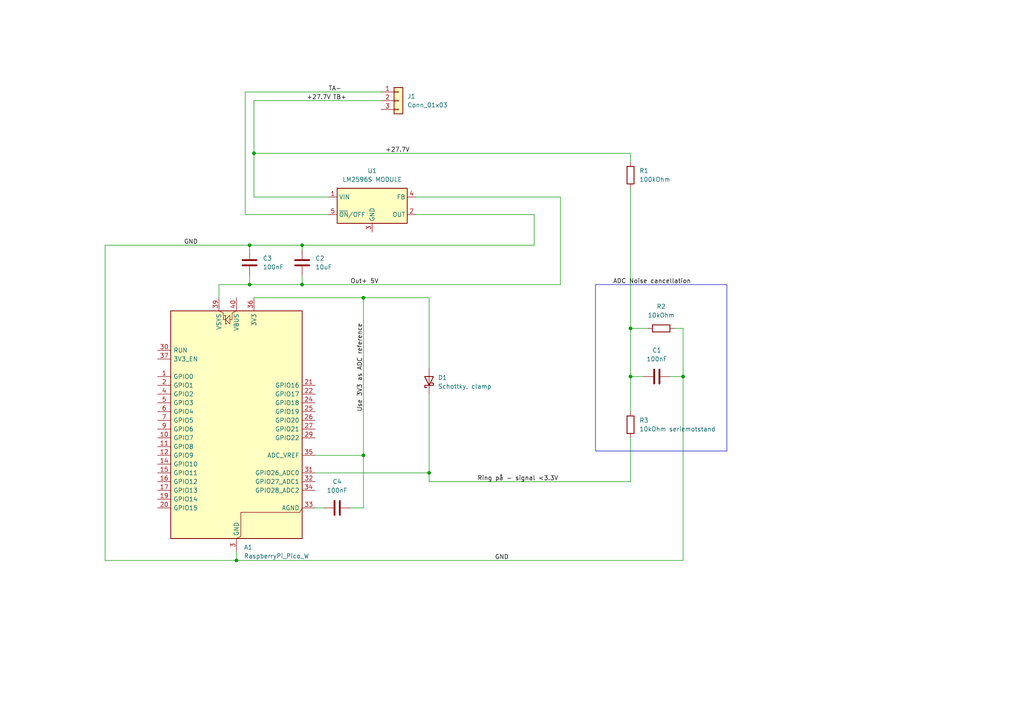
<source format=kicad_sch>
(kicad_sch (version 20250114) (generator "eeschema") (generator_version "9.0")
  (paper "A4")
  (title_block (title "SSS Siedle controller card") (date "2025-12-26") (rev "0.0.1"))
  (lib_symbols
    (symbol "Connector_Generic:Conn_01x03" (pin_names (offset 1.016) (hide yes))
      (property "Reference" "J" (at 0 5.08 0))
      (property "Value" "Conn_01x03" (at 0 -5.08 0))
      (symbol "Conn_01x03_1_1"
        (rectangle (start -1.27 3.81) (end 1.27 -3.81) (stroke (width 0.254)) (fill (type background)))
        (rectangle (start -1.27 2.667) (end 0 2.413) (stroke (width 0.1524)))
        (rectangle (start -1.27 0.127) (end 0 -0.127) (stroke (width 0.1524)))
        (rectangle (start -1.27 -2.413) (end 0 -2.667) (stroke (width 0.1524)))
        (pin passive line (at -5.08 2.54 0) (length 3.81) (name "Pin_1") (number "1"))
        (pin passive line (at -5.08 0 0) (length 3.81) (name "Pin_2") (number "2"))
        (pin passive line (at -5.08 -2.54 0) (length 3.81) (name "Pin_3") (number "3"))
      )
    )
    (symbol "Device:C" (pin_numbers (hide yes)) (pin_names (offset 0.254))
      (property "Reference" "C" (at 0.635 2.54 0))
      (property "Value" "C" (at 0.635 -2.54 0))
      (symbol "C_0_1"
        (polyline (pts (xy -2.032 0.762) (xy 2.032 0.762)) (stroke (width 0.508)))
        (polyline (pts (xy -2.032 -0.762) (xy 2.032 -0.762)) (stroke (width 0.508)))
      )
      (symbol "C_1_1"
        (pin passive line (at 0 3.81 270) (length 2.794) (name "~") (number "1"))
        (pin passive line (at 0 -3.81 90) (length 2.794) (name "~") (number "2"))
      )
    )
    (symbol "Device:D_Schottky" (pin_numbers (hide yes)) (pin_names (offset 1.016) (hide yes))
      (property "Reference" "D" (at 0 2.54 0))
      (property "Value" "D_Schottky" (at 0 -2.54 0))
      (symbol "D_Schottky_0_1"
        (polyline (pts (xy -1.905 0.635) (xy -1.905 1.27) (xy -1.27 1.27) (xy -1.27 -1.27) (xy -0.635 -1.27) (xy -0.635 -0.635)) (stroke (width 0.254)))
        (polyline (pts (xy 1.27 1.27) (xy 1.27 -1.27) (xy -1.27 0) (xy 1.27 1.27)) (stroke (width 0.254)))
        (polyline (pts (xy 1.27 0) (xy -1.27 0)))
      )
      (symbol "D_Schottky_1_1"
        (pin passive line (at -3.81 0 0) (length 2.54) (name "K") (number "1"))
        (pin passive line (at 3.81 0 180) (length 2.54) (name "A") (number "2"))
      )
    )
    (symbol "Device:R" (pin_numbers (hide yes)) (pin_names (offset 0))
      (property "Reference" "R" (at 2.032 0 90))
      (property "Value" "R" (at 0 0 90))
      (symbol "R_0_1"
        (rectangle (start -1.016 -2.54) (end 1.016 2.54) (stroke (width 0.254)))
      )
      (symbol "R_1_1"
        (pin passive line (at 0 3.81 270) (length 1.27) (name "~") (number "1"))
        (pin passive line (at 0 -3.81 90) (length 1.27) (name "~") (number "2"))
      )
    )
    (symbol "MCU_Module:RaspberryPi_Pico_W" (pin_names (offset 0.762))
      (property "Reference" "A" (at -19.05 35.56 0))
      (property "Value" "RaspberryPi_Pico_W" (at 7.62 35.56 0))
      (symbol "RaspberryPi_Pico_W_0_1"
        (rectangle (start -19.05 34.29) (end 19.05 -31.75) (stroke (width 0.254)) (fill (type background)))
        (polyline (pts (xy -5.08 34.29) (xy -3.81 33.655) (xy -3.81 31.75) (xy -3.175 31.75)))
        (polyline (pts (xy -3.429 32.766) (xy -3.429 33.02) (xy -3.175 33.02) (xy -3.175 30.48) (xy -2.921 30.48) (xy -2.921 30.734)))
        (polyline (pts (xy -3.175 31.75) (xy -1.905 33.02) (xy -1.905 30.48) (xy -3.175 31.75)))
        (polyline (pts (xy 0 34.29) (xy -1.27 33.655) (xy -1.27 31.75) (xy -1.905 31.75)))
        (polyline (pts (xy 0 -31.75) (xy 1.27 -31.115) (xy 1.27 -24.13) (xy 18.415 -24.13) (xy 19.05 -22.86)))
      )
      (symbol "RaspberryPi_Pico_W_1_1"
        (pin passive line (at -22.86 22.86 0) (length 3.81) (name "RUN") (number "30"))
        (pin passive line (at -22.86 20.32 0) (length 3.81) (name "3V3_EN") (number "37"))
        (pin bidirectional line (at -22.86 15.24 0) (length 3.81) (name "GPIO0") (number "1"))
        (pin bidirectional line (at -22.86 12.7 0) (length 3.81) (name "GPIO1") (number "2"))
        (pin bidirectional line (at -22.86 10.16 0) (length 3.81) (name "GPIO2") (number "4"))
        (pin bidirectional line (at -22.86 7.62 0) (length 3.81) (name "GPIO3") (number "5"))
        (pin bidirectional line (at -22.86 5.08 0) (length 3.81) (name "GPIO4") (number "6"))
        (pin bidirectional line (at -22.86 2.54 0) (length 3.81) (name "GPIO5") (number "7"))
        (pin bidirectional line (at -22.86 0 0) (length 3.81) (name "GPIO6") (number "9"))
        (pin bidirectional line (at -22.86 -2.54 0) (length 3.81) (name "GPIO7") (number "10"))
        (pin bidirectional line (at -22.86 -5.08 0) (length 3.81) (name "GPIO8") (number "11"))
        (pin bidirectional line (at -22.86 -7.62 0) (length 3.81) (name "GPIO9") (number "12"))
        (pin bidirectional line (at -22.86 -10.16 0) (length 3.81) (name "GPIO10") (number "14"))
        (pin bidirectional line (at -22.86 -12.7 0) (length 3.81) (name "GPIO11") (number "15"))
        (pin bidirectional line (at -22.86 -15.24 0) (length 3.81) (name "GPIO12") (number "16"))
        (pin bidirectional line (at -22.86 -17.78 0) (length 3.81) (name "GPIO13") (number "17"))
        (pin bidirectional line (at -22.86 -20.32 0) (length 3.81) (name "GPIO14") (number "19"))
        (pin bidirectional line (at -22.86 -22.86 0) (length 3.81) (name "GPIO15") (number "20"))
        (pin power_in line (at -5.08 38.1 270) (length 3.81) (name "VSYS") (number "39"))
        (pin power_out line (at 0 38.1 270) (length 3.81) (name "VBUS") (number "40"))
        (pin passive line (at 0 -35.56 90) (length 3.81) (hide yes) (name "GND") (number "13"))
        (pin passive line (at 0 -35.56 90) (length 3.81) (hide yes) (name "GND") (number "18"))
        (pin passive line (at 0 -35.56 90) (length 3.81) (hide yes) (name "GND") (number "23"))
        (pin passive line (at 0 -35.56 90) (length 3.81) (hide yes) (name "GND") (number "28"))
        (pin power_out line (at 0 -35.56 90) (length 3.81) (name "GND") (number "3"))
        (pin passive line (at 0 -35.56 90) (length 3.81) (hide yes) (name "GND") (number "38"))
        (pin passive line (at 0 -35.56 90) (length 3.81) (hide yes) (name "GND") (number "8"))
        (pin power_out line (at 5.08 38.1 270) (length 3.81) (name "3V3") (number "36"))
        (pin bidirectional line (at 22.86 12.7 180) (length 3.81) (name "GPIO16") (number "21"))
        (pin bidirectional line (at 22.86 10.16 180) (length 3.81) (name "GPIO17") (number "22"))
        (pin bidirectional line (at 22.86 7.62 180) (length 3.81) (name "GPIO18") (number "24"))
        (pin bidirectional line (at 22.86 5.08 180) (length 3.81) (name "GPIO19") (number "25"))
        (pin bidirectional line (at 22.86 2.54 180) (length 3.81) (name "GPIO20") (number "26"))
        (pin bidirectional line (at 22.86 0 180) (length 3.81) (name "GPIO21") (number "27"))
        (pin bidirectional line (at 22.86 -2.54 180) (length 3.81) (name "GPIO22") (number "29"))
        (pin power_in line (at 22.86 -7.62 180) (length 3.81) (name "ADC_VREF") (number "35"))
        (pin bidirectional line (at 22.86 -12.7 180) (length 3.81) (name "GPIO26_ADC0") (number "31"))
        (pin bidirectional line (at 22.86 -15.24 180) (length 3.81) (name "GPIO27_ADC1") (number "32"))
        (pin bidirectional line (at 22.86 -17.78 180) (length 3.81) (name "GPIO28_ADC2") (number "34"))
        (pin power_out line (at 22.86 -22.86 180) (length 3.81) (name "AGND") (number "33"))
      )
    )
    (symbol "Regulator_Switching:LM2596S-ADJ"
      (property "Reference" "U" (at -10.16 6.35 0))
      (property "Value" "LM2596S-ADJ" (at 0 6.35 0))
      (symbol "LM2596S-ADJ_0_1"
        (rectangle (start -10.16 5.08) (end 10.16 -5.08) (stroke (width 0.254)) (fill (type background)))
      )
      (symbol "LM2596S-ADJ_1_1"
        (pin power_in line (at -12.7 2.54 0) (length 2.54) (name "VIN") (number "1"))
        (pin input line (at -12.7 -2.54 0) (length 2.54) (name "~{ON}/OFF") (number "5"))
        (pin power_in line (at 0 -7.62 90) (length 2.54) (name "GND") (number "3"))
        (pin input line (at 12.7 2.54 180) (length 2.54) (name "FB") (number "4"))
        (pin output line (at 12.7 -2.54 180) (length 2.54) (name "OUT") (number "2"))
      )
    )
  )
  (rectangle (start 172.72 82.55) (end 210.82 130.81))
  (junction (at 72.39 82.55))
  (junction (at 87.63 71.12))
  (junction (at 105.41 132.08))
  (junction (at 87.63 82.55))
  (junction (at 124.46 137.16))
  (junction (at 105.41 86.36))
  (junction (at 68.58 162.56))
  (junction (at 198.12 109.22))
  (junction (at 72.39 71.12))
  (junction (at 182.88 95.25))
  (junction (at 182.88 109.22))
  (junction (at 73.66 44.45))
  (wire (pts (xy 91.44 147.32) (xy 93.98 147.32)))
  (wire (pts (xy 182.88 95.25) (xy 182.88 109.22)))
  (wire (pts (xy 71.12 26.67) (xy 110.49 26.67)))
  (wire (pts (xy 198.12 95.25) (xy 198.12 109.22)))
  (wire (pts (xy 105.41 86.36) (xy 124.46 86.36)))
  (wire (pts (xy 182.88 95.25) (xy 187.96 95.25)))
  (wire (pts (xy 120.65 57.15) (xy 162.56 57.15)))
  (wire (pts (xy 182.88 44.45) (xy 182.88 46.99)))
  (wire (pts (xy 91.44 132.08) (xy 105.41 132.08)))
  (wire (pts (xy 162.56 57.15) (xy 162.56 82.55)))
  (wire (pts (xy 87.63 80.01) (xy 87.63 82.55)))
  (wire (pts (xy 124.46 114.3) (xy 124.46 137.16)))
  (wire (pts (xy 73.66 29.21) (xy 73.66 44.45)))
  (wire (pts (xy 71.12 26.67) (xy 71.12 62.23)))
  (wire (pts (xy 105.41 147.32) (xy 101.6 147.32)))
  (wire (pts (xy 87.63 71.12) (xy 154.94 71.12)))
  (wire (pts (xy 198.12 109.22) (xy 198.12 162.56)))
  (wire (pts (xy 30.48 162.56) (xy 68.58 162.56)))
  (wire (pts (xy 182.88 109.22) (xy 182.88 119.38)))
  (wire (pts (xy 110.49 29.21) (xy 73.66 29.21)))
  (wire (pts (xy 154.94 62.23) (xy 120.65 62.23)))
  (wire (pts (xy 195.58 95.25) (xy 198.12 95.25)))
  (wire (pts (xy 124.46 137.16) (xy 124.46 139.7)))
  (wire (pts (xy 198.12 162.56) (xy 68.58 162.56)))
  (wire (pts (xy 72.39 71.12) (xy 72.39 72.39)))
  (wire (pts (xy 182.88 54.61) (xy 182.88 95.25)))
  (wire (pts (xy 30.48 71.12) (xy 30.48 162.56)))
  (wire (pts (xy 72.39 82.55) (xy 87.63 82.55)))
  (wire (pts (xy 63.5 82.55) (xy 72.39 82.55)))
  (wire (pts (xy 68.58 160.02) (xy 68.58 162.56)))
  (wire (pts (xy 105.41 86.36) (xy 105.41 132.08)))
  (wire (pts (xy 87.63 71.12) (xy 87.63 72.39)))
  (wire (pts (xy 124.46 139.7) (xy 182.88 139.7)))
  (wire (pts (xy 105.41 132.08) (xy 105.41 147.32)))
  (wire (pts (xy 91.44 137.16) (xy 124.46 137.16)))
  (wire (pts (xy 73.66 44.45) (xy 73.66 57.15)))
  (wire (pts (xy 154.94 71.12) (xy 154.94 62.23)))
  (wire (pts (xy 30.48 71.12) (xy 72.39 71.12)))
  (wire (pts (xy 73.66 86.36) (xy 105.41 86.36)))
  (wire (pts (xy 182.88 127) (xy 182.88 139.7)))
  (wire (pts (xy 63.5 82.55) (xy 63.5 86.36)))
  (wire (pts (xy 194.31 109.22) (xy 198.12 109.22)))
  (wire (pts (xy 72.39 71.12) (xy 87.63 71.12)))
  (wire (pts (xy 124.46 86.36) (xy 124.46 106.68)))
  (wire (pts (xy 182.88 109.22) (xy 186.69 109.22)))
  (wire (pts (xy 72.39 80.01) (xy 72.39 82.55)))
  (wire (pts (xy 71.12 62.23) (xy 95.25 62.23)))
  (wire (pts (xy 73.66 57.15) (xy 95.25 57.15)))
  (wire (pts (xy 87.63 82.55) (xy 162.56 82.55)))
  (wire (pts (xy 73.66 44.45) (xy 182.88 44.45)))
  (label "GND" (at 53.34 71.12 0))
  (label "TA-" (at 95.25 26.67 0))
  (label "Ring på - signal <3.3V" (at 138.43 139.7 0))
  (label "Out+ 5V" (at 101.6 82.55 0))
  (label "GND" (at 143.51 162.56 0))
  (label "Use 3V3 as ADC reference" (at 105.41 119.38 90))
  (label "+27.7V" (at 111.76 44.45 0))
  (label "+27.7V" (at 88.9 29.21 0))
  (label "ADC Noise cancellation" (at 177.8 82.55 0))
  (label "TB+" (at 96.52 29.21 0))
  (symbol (lib_id "Device:C") (at 87.63 76.2 0) (unit 1)
    (property "Reference" "C2" (at 91.44 74.9299 0) (effects (justify left)))
    (property "Value" "10uF" (at 91.44 77.4699 0) (effects (justify left)))
    (property "Description" "Unpolarized capacitor" (effects (hide yes)))
  )
  (symbol (lib_id "Device:R") (at 182.88 50.8 0) (unit 1)
    (property "Reference" "R1" (at 185.42 49.5299 0) (effects (justify left)))
    (property "Value" "100kOhm" (at 185.42 52.0699 0) (effects (justify left)))
    (property "Description" "Resistor" (effects (hide yes)))
  )
  (symbol (lib_id "Device:R") (at 191.77 95.25 90) (unit 1)
    (property "Reference" "R2" (at 191.77 88.9 90))
    (property "Value" "10kOhm" (at 191.77 91.44 90))
    (property "Description" "Resistor" (effects (hide yes)))
  )
  (symbol (lib_id "Device:R") (at 182.88 123.19 0) (unit 1)
    (property "Reference" "R3" (at 185.42 121.9199 0) (effects (justify left)))
    (property "Value" "10kOhm seriemotstand" (at 185.42 124.4599 0) (effects (justify left)))
    (property "Description" "Resistor" (effects (hide yes)))
  )
  (symbol (lib_id "Connector_Generic:Conn_01x03") (at 115.57 29.21 0) (unit 1)
    (property "Reference" "J1" (at 118.11 27.9399 0) (effects (justify left)))
    (property "Value" "Conn_01x03" (at 118.11 30.4799 0) (effects (justify left)))
    (property "Description" "Generic connector, single row, 01x03, script generated (kicad-library-utils/schlib/autogen/connector/)" (effects (hide yes)))
    (property "Sim.Library" "./" (effects (hide yes)))
  )
  (symbol (lib_id "Device:C") (at 97.79 147.32 90) (unit 1)
    (property "Reference" "C4" (at 97.79 139.7 90))
    (property "Value" "100nF" (at 97.79 142.24 90))
    (property "Description" "Unpolarized capacitor" (effects (hide yes)))
  )
  (symbol (lib_id "Device:C") (at 72.39 76.2 0) (unit 1)
    (property "Reference" "C3" (at 76.2 74.9299 0) (effects (justify left)))
    (property "Value" "100nF" (at 76.2 77.4699 0) (effects (justify left)))
    (property "Description" "Unpolarized capacitor" (effects (hide yes)))
  )
  (symbol (lib_id "Device:C") (at 190.5 109.22 90) (unit 1)
    (property "Reference" "C1" (at 190.5 101.6 90))
    (property "Value" "100nF" (at 190.5 104.14 90))
    (property "Description" "Unpolarized capacitor" (effects (hide yes)))
  )
  (symbol (lib_id "MCU_Module:RaspberryPi_Pico_W") (at 68.58 124.46 0) (unit 1)
    (property "Reference" "A1" (at 70.7233 158.75 0) (effects (justify left)))
    (property "Value" "RaspberryPi_Pico_W" (at 70.7233 161.29 0) (effects (justify left)))
    (property "Footprint" "Module:RaspberryPi_Pico_W_SMD_HandSolder" (effects (hide yes)))
    (property "Datasheet" "https://datasheets.raspberrypi.com/picow/pico-w-datasheet.pdf" (effects (hide yes)))
    (property "Description" "Versatile and inexpensive wireless microcontroller module powered by RP2040 dual-core Arm Cortex-M0+ processor up to 133 MHz, 264kB SRAM, 2MB QSPI flash, Infineon CYW43439 2.4GHz 802.11n wireless LAN; also supports Raspberry Pi Pico 2 W" (effects (hide yes)))
  )
  (symbol (lib_id "Device:D_Schottky") (at 124.46 110.49 90) (unit 1)
    (property "Reference" "D1" (at 127 109.5374 90) (effects (justify right)))
    (property "Value" "Schottky, clamp" (at 127 112.0774 90) (effects (justify right)))
    (property "Description" "Schottky diode" (effects (hide yes)))
  )
  (symbol (lib_id "Regulator_Switching:LM2596S-ADJ") (at 107.95 59.69 0) (unit 1)
    (property "Reference" "U1" (at 107.95 49.53 0))
    (property "Value" "LM2596S MODULE" (at 107.95 52.07 0))
    (property "Footprint" "Package_TO_SOT_SMD:TO-263-5_TabPin3" (effects (hide yes)))
    (property "Datasheet" "http://www.ti.com/lit/ds/symlink/lm2596.pdf" (effects (hide yes)))
    (property "Description" "Adjustable 3A Step-Down Voltage Regulator, TO-263" (effects (hide yes)))
  )
)
</source>
